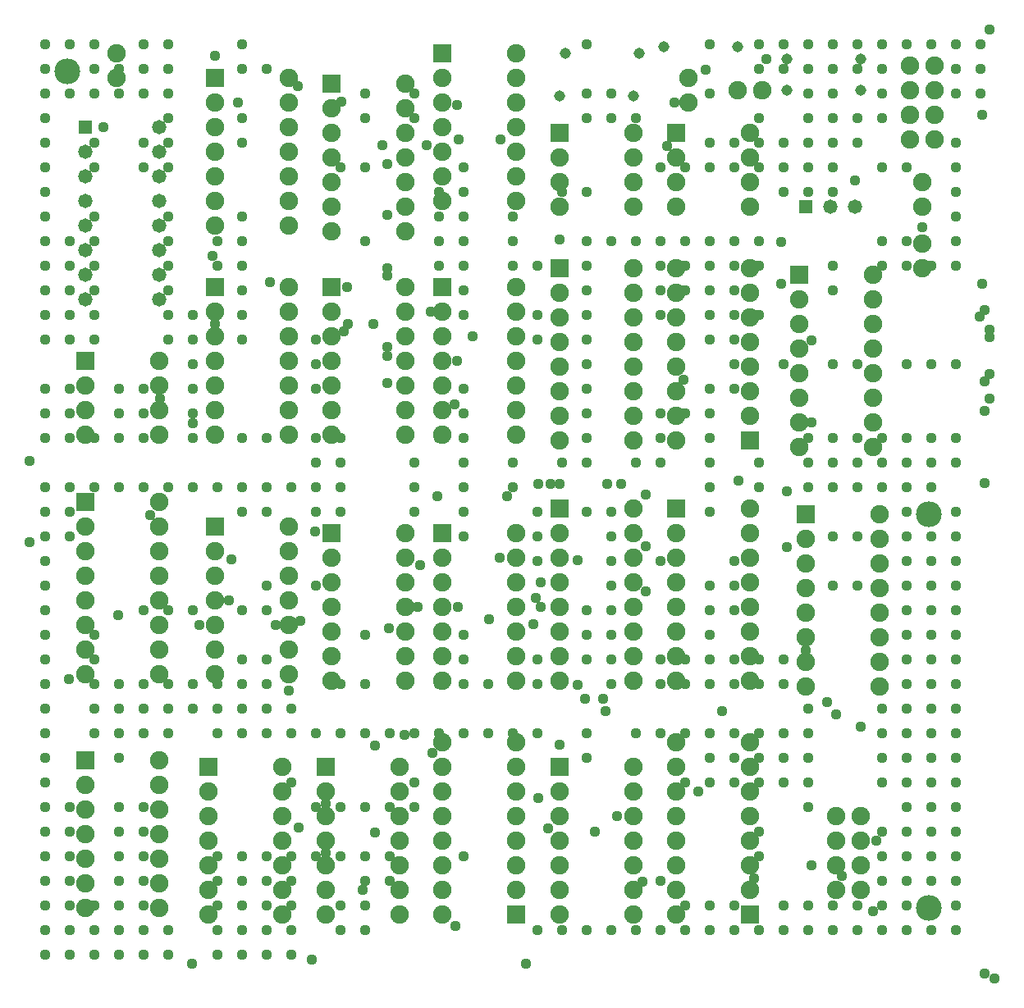
<source format=gts>
G04 ================== begin FILE IDENTIFICATION RECORD ==================*
G04 Layout Name:  adc2.brd*
G04 Film Name:    TOP_SOLDERMASK*
G04 File Format:  Gerber RS274X*
G04 File Origin:  Cadence Allegro -unreleased*
G04 Origin Date:  Sun Sep 19 23:40:03 2021*
G04 *
G04 Layer:  VIA CLASS/SOLDERMASK_TOP*
G04 Layer:  PIN/SOLDERMASK_TOP*
G04 Layer:  DRC ERROR CLASS/SOLDERMASK_TOP*
G04 *
G04 Offset:    (0.00 0.00)*
G04 Mirror:    No*
G04 Mode:      Positive*
G04 Rotation:  0*
G04 FullContactRelief:  No*
G04 UndefLineWidth:     7.00*
G04 ================== end FILE IDENTIFICATION RECORD ====================*
%FSLAX25Y25*MOIN*%
%IR0*IPPOS*OFA0.00000B0.00000*MIA0B0*SFA1.00000B1.00000*%
%ADD10C,.044*%
%ADD16C,.045*%
%ADD11C,.075*%
%ADD13C,.058*%
%ADD12R,.075X.075*%
%ADD14R,.058X.058*%
%ADD15C,.105*%
%LPD*%
G75*
G54D10*
X11200Y11200D03*
Y21200D03*
Y31200D03*
Y41200D03*
Y51200D03*
Y61200D03*
Y71200D03*
Y81200D03*
Y91200D03*
Y101200D03*
Y111200D03*
Y121200D03*
Y131200D03*
Y141200D03*
Y151200D03*
Y161200D03*
Y171200D03*
Y181200D03*
Y191200D03*
X4849Y178750D03*
X11200Y201200D03*
Y221200D03*
X4849Y211650D03*
X11200Y231200D03*
Y241200D03*
Y261200D03*
Y271200D03*
Y281200D03*
Y291200D03*
Y301200D03*
Y311200D03*
Y321200D03*
Y331200D03*
Y341200D03*
Y351200D03*
Y361200D03*
Y371200D03*
Y381200D03*
X21200Y11200D03*
X31200D03*
X41200D03*
X21200Y21200D03*
X31200D03*
X41200D03*
X21200Y31200D03*
X31200D03*
X41200D03*
X21200Y41200D03*
X41200D03*
X21200Y51200D03*
X41200D03*
X21200Y61200D03*
X41200D03*
X21200Y71200D03*
X41200D03*
Y91200D03*
X31200Y101200D03*
X41200D03*
X31200Y111200D03*
X41200D03*
X31200Y121200D03*
X41200D03*
X31200Y131200D03*
X20750Y123000D03*
X31200Y141200D03*
X40625Y149247D03*
X21200Y181200D03*
Y191200D03*
Y201200D03*
X31200D03*
X41200D03*
X21200Y221200D03*
X31200D03*
X41200D03*
X21200Y231200D03*
X41200D03*
X21200Y241200D03*
X41200D03*
X21200Y261200D03*
X31200D03*
X21200Y271200D03*
X31200D03*
X21200Y281200D03*
X31200D03*
X21200Y291200D03*
X31200D03*
X21200Y301200D03*
X31200D03*
Y311200D03*
Y331200D03*
Y341200D03*
X21200Y371200D03*
Y361200D03*
X31200D03*
X41200D03*
X31200Y371200D03*
X41200D03*
X34875Y347500D03*
X21200Y381200D03*
X31200D03*
X51200Y11200D03*
X61200D03*
X70800Y7302D03*
X51200Y21200D03*
X61200D03*
X51200Y31200D03*
Y41200D03*
Y51200D03*
Y61200D03*
Y71200D03*
Y101200D03*
X61200D03*
X51200Y111200D03*
X61200D03*
X71200D03*
X51200Y121200D03*
X61200D03*
X71200D03*
X51200Y151200D03*
X61200D03*
X71200D03*
X53750Y189750D03*
X51200Y201200D03*
X61200D03*
X71200D03*
X51200Y221200D03*
X71200D03*
X51200Y231200D03*
X71200D03*
X51200Y241200D03*
X71200D03*
Y251200D03*
X71125Y227250D03*
X57625Y237250D03*
X61200Y261200D03*
X71200D03*
X61200Y271200D03*
X71200D03*
X61200Y281200D03*
Y291200D03*
Y301200D03*
Y311200D03*
X51200Y331200D03*
X61200D03*
X51200Y341200D03*
X61200D03*
Y351200D03*
X51200Y361200D03*
X61200D03*
X51200Y371200D03*
X61200D03*
X51200Y381200D03*
X61200D03*
X81200Y11200D03*
X91200D03*
X101200D03*
X81200Y21200D03*
X91200D03*
X101200D03*
X81200Y31200D03*
X91200D03*
X101200D03*
X81200Y41200D03*
X91200D03*
X101200D03*
X81200Y51200D03*
X91200D03*
X101200D03*
X81200Y101200D03*
X91200D03*
X101200D03*
X81200Y111200D03*
X91200D03*
X101200D03*
X81200Y121200D03*
X91200D03*
X101200D03*
X91200Y131200D03*
X101200D03*
X91200Y151200D03*
X101200D03*
Y161200D03*
X85850Y155000D03*
X73625Y145000D03*
X91200Y191200D03*
X101200D03*
X86750Y171875D03*
X81200Y201200D03*
X91200D03*
X101200D03*
X81200Y221200D03*
X91200D03*
X101200D03*
X91200Y261200D03*
Y271200D03*
Y281200D03*
X80000Y267500D03*
X81200Y291200D03*
X91200D03*
X81200Y301200D03*
X91200D03*
Y311200D03*
X79000Y295250D03*
X91200Y341200D03*
Y351200D03*
Y371200D03*
X101200D03*
X89375Y357500D03*
X91200Y381200D03*
X80000Y376375D03*
X111200Y11200D03*
X119300Y9252D03*
X111200Y21200D03*
X131200D03*
X111200Y31200D03*
X131200D03*
X111200Y41200D03*
Y51200D03*
X121200D03*
X131200D03*
X121200Y71200D03*
X131200D03*
X125000Y52500D03*
X114125Y62750D03*
X111200Y81200D03*
Y101200D03*
X121200D03*
X131200D03*
X125000Y72500D03*
X111200Y111200D03*
X131200Y121200D03*
X110000Y118600D03*
X121200Y161200D03*
X114750Y146875D03*
X104875Y145000D03*
X121200Y191200D03*
X131200D03*
X120750Y183000D03*
X111200Y201200D03*
X121200D03*
X131200D03*
X121200Y211200D03*
X131200D03*
X121200Y221200D03*
X131200D03*
X121200Y241200D03*
Y251200D03*
Y261200D03*
X102250Y284375D03*
X131200Y331200D03*
X131250Y357875D03*
X113750Y364125D03*
X141200Y21200D03*
Y31200D03*
Y41200D03*
X151200D03*
X140000Y37500D03*
X141200Y51200D03*
X151200D03*
X141200Y71200D03*
X151200D03*
X161200D03*
X144998Y60800D03*
X157207Y100301D03*
X161200Y81200D03*
X141200Y101200D03*
X151200D03*
X161200D03*
X144998Y96200D03*
X141200Y121200D03*
Y141200D03*
X150750Y143875D03*
X161200Y191200D03*
Y201200D03*
Y211200D03*
X149998Y243450D03*
Y258200D03*
Y254300D03*
X132250Y264500D03*
X144450Y267498D03*
X134200D03*
X141200Y301200D03*
X149998Y287250D03*
X150002Y290150D03*
Y311868D03*
X133825Y282500D03*
X141200Y331200D03*
X148200Y339998D03*
X150150Y332375D03*
X141200Y351200D03*
X161200D03*
X141200Y361200D03*
X161200D03*
X177750Y22750D03*
X181200Y51200D03*
X171200Y101200D03*
X181200D03*
X191200D03*
X168375Y93250D03*
X171200Y121200D03*
X181200D03*
X191200D03*
X181200Y131200D03*
Y141200D03*
X162375Y152500D03*
X191250Y147500D03*
X178875Y152500D03*
X181200Y181200D03*
Y191200D03*
X163250Y169375D03*
X181200Y201200D03*
Y211200D03*
X171200Y221200D03*
X181200D03*
X170550Y197498D03*
X181200Y231200D03*
Y241200D03*
X177250Y234875D03*
X181200Y271200D03*
Y281200D03*
X178350Y252500D03*
X184875Y262500D03*
X167750Y272500D03*
X171200Y291200D03*
X181200D03*
X171200Y301200D03*
X181200D03*
X171200Y311200D03*
X181200D03*
X171200Y321200D03*
X181200D03*
Y331200D03*
X166200Y339998D03*
X179200Y342502D03*
X178250Y356500D03*
X206250Y7302D03*
X211200Y21200D03*
X221200D03*
X215250Y62500D03*
X201200Y101200D03*
X211200D03*
X211250Y74875D03*
X220000Y96375D03*
X211200Y121200D03*
X221200D03*
X211200Y131200D03*
X221200D03*
X209250Y145375D03*
X210250Y156250D03*
X212498Y152500D03*
X211200Y171200D03*
Y181200D03*
Y191200D03*
X195875Y172500D03*
X212498Y162500D03*
X201200Y201200D03*
Y211200D03*
X221200D03*
Y221200D03*
X198750Y197498D03*
X220000Y202498D03*
X216398Y202502D03*
X211498D03*
X221200Y231200D03*
X211200Y261200D03*
Y271200D03*
X201200Y291200D03*
X211200D03*
X201200Y301200D03*
Y311200D03*
X220000Y301700D03*
X221200Y321200D03*
X196150Y342502D03*
X231200Y21200D03*
X241200D03*
X251200D03*
X243373Y67500D03*
X234375Y61250D03*
X231200Y91200D03*
Y101200D03*
X251200D03*
X241200Y121200D03*
X251200D03*
X231200Y131200D03*
X241200D03*
X251200D03*
X227498Y120902D03*
X237795Y115002D03*
X230498D03*
X238746Y109998D03*
X231200Y141200D03*
X241200D03*
X231200Y151200D03*
X241200D03*
Y161200D03*
Y171200D03*
Y181200D03*
X251200D03*
X231200Y191200D03*
X241200D03*
X227498Y171368D03*
X231200Y211200D03*
X251200D03*
X231200Y221200D03*
X251200D03*
X245200Y202498D03*
X239300D03*
X231200Y231200D03*
X251200D03*
X231200Y241200D03*
Y251200D03*
Y261200D03*
Y271200D03*
Y281200D03*
X251200D03*
X231200Y291200D03*
Y301200D03*
X241200D03*
X251200D03*
X231200Y321200D03*
Y351200D03*
X241200D03*
X251200D03*
X231200Y361200D03*
X241200D03*
X231200Y381200D03*
X261200Y21200D03*
X271200D03*
X281200D03*
X271200Y31200D03*
X281200D03*
X261200Y41200D03*
X253750Y40625D03*
X271200Y81200D03*
X281200D03*
Y91200D03*
X261200Y101200D03*
X271200D03*
X281200D03*
X276250Y77500D03*
X261200Y121200D03*
X271200D03*
X281200D03*
X261200Y131200D03*
X271200D03*
X281200D03*
Y141200D03*
Y151200D03*
Y161200D03*
X255002Y158750D03*
X261200Y171200D03*
X281200Y191200D03*
X255002Y177250D03*
X281200Y201200D03*
X261200Y211200D03*
X281200D03*
X261200Y221200D03*
X281200D03*
X255002Y198200D03*
X261200Y231200D03*
X271200D03*
X281200D03*
Y241200D03*
X270375Y244750D03*
X281200Y261200D03*
X261200Y271200D03*
X281200D03*
X261200Y281200D03*
X271200D03*
X281200D03*
X261200Y291200D03*
X271200D03*
X281200D03*
X261200Y301200D03*
X271200D03*
X281200D03*
X261200Y331200D03*
X271200D03*
X281200D03*
Y341200D03*
X263750Y339875D03*
X281200Y361200D03*
X266750Y357500D03*
X279250Y370625D03*
X281200Y381200D03*
X291200Y21200D03*
X301200D03*
X311200D03*
X291200Y31200D03*
X311200D03*
X301200Y51200D03*
Y61200D03*
X299000Y42250D03*
X291200Y81200D03*
X301200D03*
X311200D03*
X291200Y91200D03*
X301200D03*
X311200D03*
X291200Y101200D03*
X301200D03*
X311200D03*
X291200Y121200D03*
X301200D03*
X311200D03*
X291200Y131200D03*
X301200D03*
X311200D03*
X286200Y109998D03*
X291200Y151200D03*
Y161200D03*
Y171200D03*
X301200Y201200D03*
Y211200D03*
X292750Y203625D03*
X291200Y241200D03*
Y251200D03*
X311200D03*
X291200Y261200D03*
Y271200D03*
X301200D03*
X291200Y281200D03*
Y291200D03*
X301200D03*
X291200Y301200D03*
X301200D03*
X309998Y283750D03*
Y300700D03*
X311200Y321200D03*
X291200Y331200D03*
X301200D03*
X311200D03*
X291200Y341200D03*
X301200D03*
X311200D03*
X301200Y351200D03*
Y361200D03*
Y371200D03*
X311200D03*
X301200Y381200D03*
X311200D03*
X304000Y375000D03*
X321200Y21200D03*
X331200D03*
X341200D03*
X321200Y31200D03*
X331200D03*
X341200D03*
X321200Y71200D03*
X334725Y43250D03*
X322375Y47500D03*
X321200Y81200D03*
Y91200D03*
Y101200D03*
Y111200D03*
Y121200D03*
X328750Y113750D03*
X332500Y108750D03*
X331200Y161200D03*
X341200D03*
X320000Y134750D03*
X331200Y181200D03*
X341200D03*
X312502Y176700D03*
X321200Y201200D03*
X331200D03*
X341200D03*
X321200Y211200D03*
X331200D03*
X341200D03*
X321200Y221200D03*
X331200D03*
X341200D03*
X312502Y199368D03*
X331200Y251200D03*
X341200D03*
X322498Y227500D03*
X331200Y281200D03*
X322498Y260800D03*
X331200Y291200D03*
X321200Y321200D03*
X331200D03*
X321200Y331200D03*
X331200D03*
X321200Y341200D03*
X331200D03*
X341200D03*
X340000Y325825D03*
X321200Y351200D03*
X331200D03*
X341200D03*
X321200Y361200D03*
X331200D03*
X321200Y371200D03*
X331200D03*
X341200D03*
X321200Y381200D03*
X331200D03*
X341200D03*
X371200Y31200D03*
X351200Y21200D03*
X361200D03*
X371200D03*
X351200Y31200D03*
X361200D03*
X351200Y41200D03*
X361200D03*
X371200D03*
X347250Y28801D03*
X351200Y51200D03*
X361200D03*
X371200D03*
X351200Y61200D03*
X361200D03*
X371200D03*
X361200Y71200D03*
X371200D03*
X348625Y57500D03*
X351200Y81200D03*
X361200D03*
X371200D03*
X351200Y91200D03*
X361200D03*
X371200D03*
X351200Y101200D03*
X361200D03*
X371200D03*
X351200Y111200D03*
X361200D03*
X371200D03*
X351200Y121200D03*
X361200D03*
X371200D03*
X351200Y131200D03*
X361200D03*
X371200D03*
X342500Y103750D03*
X361200Y141200D03*
X371200D03*
X361200Y151200D03*
X371200D03*
X361200Y161200D03*
X371200D03*
Y191200D03*
X361200Y171200D03*
X371200D03*
X351200Y181200D03*
X361200D03*
X371200D03*
X361200Y191200D03*
X351200Y201200D03*
X361200D03*
X371200D03*
X351200Y211200D03*
X361200D03*
X371200D03*
X351200Y221200D03*
X361200D03*
X371200D03*
X361200Y251200D03*
X371200D03*
X351200Y291200D03*
X361200D03*
X371200D03*
X351200Y301200D03*
X361200D03*
X367500Y306675D03*
X351200Y331200D03*
X361200D03*
X351200Y351200D03*
X361200D03*
X351200Y361200D03*
Y371200D03*
Y381200D03*
X361200D03*
X371200D03*
X396600Y1402D03*
X392700Y3352D03*
X381200Y21200D03*
Y31200D03*
Y41200D03*
Y51200D03*
Y61200D03*
Y71200D03*
Y81200D03*
Y91200D03*
Y101200D03*
Y111200D03*
Y121200D03*
Y131200D03*
Y141200D03*
Y151200D03*
Y161200D03*
Y171200D03*
Y181200D03*
Y191200D03*
Y211200D03*
Y221200D03*
X392700Y202700D03*
X381200Y251200D03*
X394650Y247100D03*
Y237150D03*
X392700Y232250D03*
Y244200D03*
X394650Y262250D03*
X392700Y273250D03*
X390750Y270350D03*
X394650Y265150D03*
X381200Y291200D03*
Y301200D03*
Y311200D03*
X391750Y283750D03*
X381200Y321200D03*
Y331200D03*
Y341200D03*
X391200Y371200D03*
Y361200D03*
X381200D03*
Y371200D03*
X391750Y352500D03*
X391200Y381200D03*
X381200D03*
X394650Y387250D03*
G54D11*
X27500Y30000D03*
Y40000D03*
Y50000D03*
Y60000D03*
Y70000D03*
Y80000D03*
Y125000D03*
Y135000D03*
Y145000D03*
Y155000D03*
Y165000D03*
Y175000D03*
Y185000D03*
Y222500D03*
Y232500D03*
Y242500D03*
X40000Y367500D03*
Y377500D03*
X57500Y30000D03*
Y40000D03*
Y50000D03*
Y60000D03*
Y70000D03*
Y80000D03*
Y90000D03*
Y125000D03*
Y155000D03*
Y145000D03*
Y135000D03*
Y185000D03*
Y175000D03*
Y165000D03*
Y195000D03*
Y222500D03*
Y232500D03*
Y242500D03*
Y252500D03*
X77500Y27500D03*
Y37500D03*
Y47500D03*
Y57500D03*
Y67500D03*
Y77500D03*
X80000Y125000D03*
Y135000D03*
Y145000D03*
Y155000D03*
Y165000D03*
Y175000D03*
Y222500D03*
Y232500D03*
Y242500D03*
Y252500D03*
Y262500D03*
Y272500D03*
Y307500D03*
Y317500D03*
Y327500D03*
Y337500D03*
Y347500D03*
Y357500D03*
X125000Y27500D03*
Y37500D03*
X107500Y27500D03*
Y37500D03*
X125000Y47500D03*
Y57500D03*
Y67500D03*
X107500Y47500D03*
Y57500D03*
Y67500D03*
X125000Y77500D03*
X107500D03*
Y87500D03*
X127500Y122500D03*
Y132500D03*
X110000Y125000D03*
X127500Y142500D03*
Y152500D03*
Y162500D03*
X110000Y135000D03*
Y145000D03*
Y155000D03*
X127500Y172500D03*
X110000Y165000D03*
Y175000D03*
Y185000D03*
Y222500D03*
X127500D03*
X110000Y232500D03*
Y242500D03*
Y252500D03*
X127500Y232500D03*
Y242500D03*
Y252500D03*
X110000Y262500D03*
Y272500D03*
Y282500D03*
X127500Y262500D03*
Y272500D03*
Y305000D03*
X110000Y307500D03*
X127500Y315000D03*
Y325000D03*
Y335000D03*
X110000Y317500D03*
Y327500D03*
Y337500D03*
X127500Y345000D03*
Y355000D03*
X110000Y347500D03*
Y357500D03*
Y367500D03*
X155000Y27500D03*
Y37500D03*
Y47500D03*
Y57500D03*
Y67500D03*
Y77500D03*
Y87500D03*
X157500Y122500D03*
Y132500D03*
Y142500D03*
Y152500D03*
Y162500D03*
Y172500D03*
Y182500D03*
Y222500D03*
Y232500D03*
Y242500D03*
Y252500D03*
Y262500D03*
Y272500D03*
Y282500D03*
Y305000D03*
Y315000D03*
Y325000D03*
Y335000D03*
Y345000D03*
Y355000D03*
Y365000D03*
X172500Y27500D03*
Y37500D03*
Y47500D03*
Y57500D03*
Y67500D03*
Y77500D03*
Y87500D03*
Y97500D03*
Y122500D03*
Y132500D03*
Y142500D03*
Y152500D03*
Y162500D03*
Y172500D03*
Y222500D03*
Y232500D03*
Y242500D03*
Y252500D03*
Y262500D03*
Y272500D03*
Y317500D03*
Y327500D03*
Y337500D03*
Y347500D03*
Y357500D03*
Y367500D03*
X202500Y37500D03*
X220000Y27500D03*
Y37500D03*
X202500Y67500D03*
Y57500D03*
Y47500D03*
X220000D03*
Y57500D03*
Y67500D03*
X202500Y97500D03*
Y87500D03*
Y77500D03*
X220000D03*
Y122500D03*
Y132500D03*
X202500Y122500D03*
Y132500D03*
X220000Y142500D03*
Y152500D03*
Y162500D03*
X202500Y142500D03*
Y152500D03*
Y162500D03*
X220000Y172500D03*
Y182500D03*
X202500Y172500D03*
Y182500D03*
X220000Y220000D03*
X202500Y222500D03*
X220000Y230000D03*
Y240000D03*
Y250000D03*
X202500Y232500D03*
Y242500D03*
Y252500D03*
X220000Y260000D03*
Y270000D03*
Y280000D03*
X202500Y262500D03*
Y272500D03*
Y282500D03*
Y317500D03*
Y327500D03*
Y337500D03*
X220000Y315000D03*
Y325000D03*
Y335000D03*
X202500Y347500D03*
Y357500D03*
Y367500D03*
Y377500D03*
X250000Y27500D03*
Y37500D03*
Y47500D03*
Y57500D03*
Y67500D03*
Y77500D03*
Y87500D03*
Y132500D03*
Y122500D03*
Y162500D03*
Y152500D03*
Y142500D03*
Y192500D03*
Y182500D03*
Y172500D03*
Y220000D03*
Y250000D03*
Y240000D03*
Y230000D03*
Y280000D03*
Y270000D03*
Y260000D03*
Y290000D03*
Y315000D03*
Y325000D03*
Y335000D03*
Y345000D03*
X267500Y27500D03*
Y37500D03*
Y47500D03*
Y57500D03*
Y67500D03*
Y77500D03*
Y87500D03*
Y97500D03*
Y122500D03*
Y132500D03*
Y142500D03*
Y152500D03*
Y162500D03*
Y172500D03*
Y182500D03*
Y220000D03*
Y230000D03*
Y240000D03*
Y250000D03*
Y260000D03*
Y270000D03*
Y280000D03*
Y290000D03*
Y315000D03*
Y325000D03*
Y335000D03*
X272500Y357500D03*
Y367500D03*
X297500Y37500D03*
Y67500D03*
Y57500D03*
Y47500D03*
Y97500D03*
Y87500D03*
Y77500D03*
Y132500D03*
Y122500D03*
Y162500D03*
Y152500D03*
Y142500D03*
Y192500D03*
Y182500D03*
Y172500D03*
Y250000D03*
Y240000D03*
Y230000D03*
Y280000D03*
Y270000D03*
Y260000D03*
Y290000D03*
Y315000D03*
Y325000D03*
Y335000D03*
Y345000D03*
X292500Y362500D03*
X302500D03*
X342500Y37500D03*
X332500D03*
X342500Y67500D03*
Y57500D03*
X332500Y67500D03*
Y57500D03*
X342500Y47500D03*
X332500D03*
X320000Y120000D03*
Y130000D03*
Y140000D03*
Y150000D03*
Y160000D03*
Y170000D03*
Y180000D03*
X317500Y217500D03*
Y227500D03*
Y237500D03*
Y247500D03*
Y257500D03*
Y267500D03*
Y277500D03*
X350000Y130000D03*
Y120000D03*
Y160000D03*
Y150000D03*
Y140000D03*
Y190000D03*
Y180000D03*
Y170000D03*
X347500Y217500D03*
Y247500D03*
Y237500D03*
Y227500D03*
Y277500D03*
Y267500D03*
Y257500D03*
Y287500D03*
X367500Y300000D03*
Y290000D03*
X372500Y342500D03*
X362500D03*
X367500Y325000D03*
Y315000D03*
X372500Y372500D03*
Y362500D03*
X362500Y372500D03*
Y362500D03*
X372500Y352500D03*
X362500D03*
G54D12*
X27500Y90000D03*
Y195000D03*
Y252500D03*
X77500Y87500D03*
X80000Y185000D03*
Y282500D03*
Y367500D03*
X125000Y87500D03*
X127500Y182500D03*
Y282500D03*
Y365000D03*
X172500Y182500D03*
Y282500D03*
Y377500D03*
X202500Y27500D03*
X220000Y87500D03*
Y192500D03*
Y290000D03*
Y345000D03*
X267500Y192500D03*
Y345000D03*
X297500Y27500D03*
Y220000D03*
X320000Y190000D03*
X317500Y287500D03*
G54D13*
X27500Y277500D03*
Y307500D03*
Y297500D03*
Y287500D03*
Y337500D03*
Y327500D03*
Y317500D03*
X57500Y277500D03*
Y287500D03*
Y297500D03*
Y307500D03*
Y317500D03*
Y327500D03*
Y337500D03*
Y347500D03*
X330000Y315000D03*
X340000D03*
G54D14*
X27500Y347500D03*
X320000Y315000D03*
G54D15*
X20000Y370000D03*
X370000Y30000D03*
Y190000D03*
G54D16*
X220000Y360000D03*
X250000D03*
X222500Y377500D03*
X262500Y380000D03*
X252500Y377500D03*
X292500Y380000D03*
X312500Y362500D03*
Y375000D03*
X342500Y362500D03*
Y375000D03*
M02*

</source>
